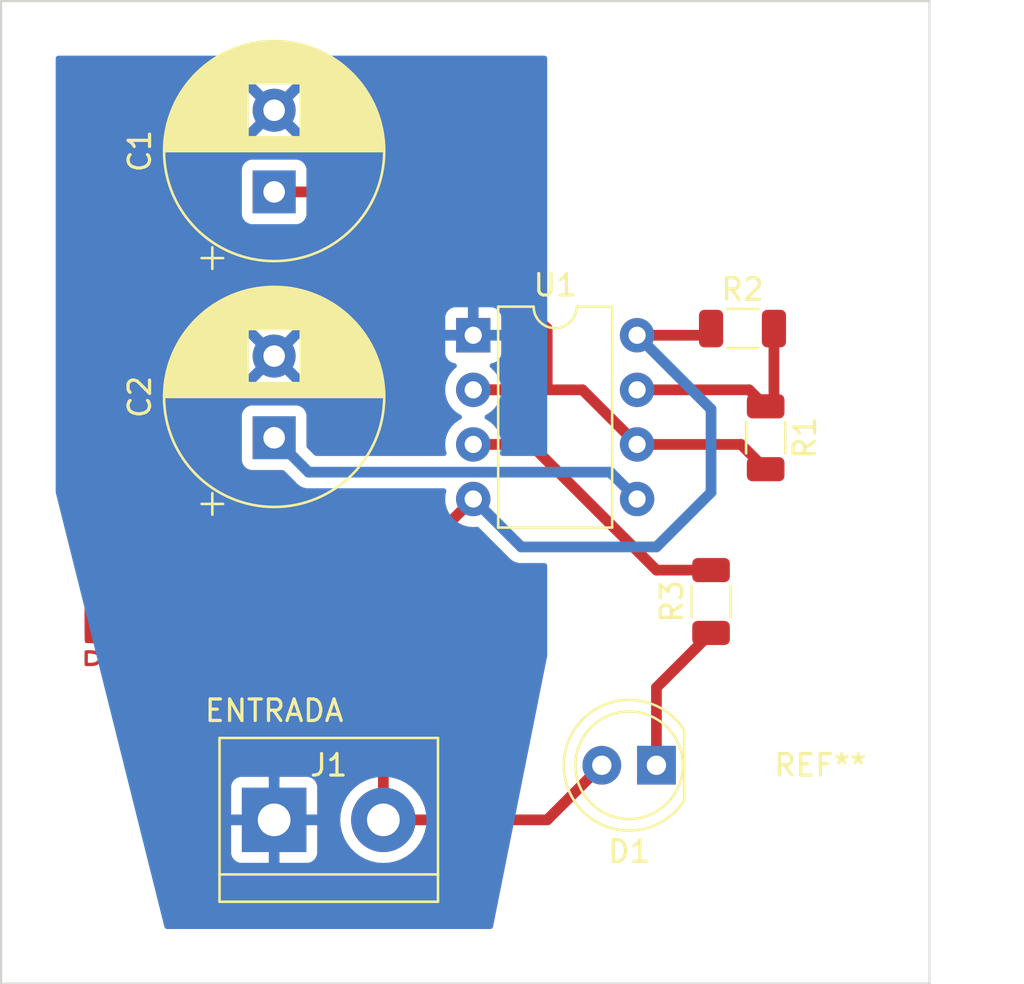
<source format=kicad_pcb>
(kicad_pcb (version 20221018) (generator pcbnew)
  (layers (0 "F.Cu" signal) (31 "B.Cu" signal) (34 "B.Paste" user) (35 "F.Paste" user) (36 "B.SilkS" user "B.Silkscreen") (37 "F.SilkS" user "F.Silkscreen") (38 "B.Mask" user) (39 "F.Mask" user) (44 "Edge.Cuts" user))
  (net 0 "")
  (net 1 "Net-(U1-THR)")
  (net 2 "GND")
  (net 3 "Net-(U1-CV)")
  (net 4 "Net-(D1-K)")
  (net 5 "+12V")
  (net 6 "Net-(U1-DIS)")
  (net 7 "555 OUT")
  (footprint "LED_THT:LED_D5.0mm_FlatTop" (layer "F.Cu") (at 157.48 111.76 180)
    (fp_text reference "D1")
    (fp_text value "LED")
  )
  (footprint "Symbol:KiCad-Logo2_5mm_Copper" (layer "F.Cu") (at 137.16 104.14)
    (fp_text reference "REF**" hide)
    (fp_text value "KiCad-Logo2_5mm_Copper" hide)
  )
  (footprint "Resistor_SMD:R_1206_3216Metric" (layer "F.Cu") (at 160.02 104.14 90)
    (fp_text reference "R3")
    (fp_text value "220")
  )
  (footprint "Package_DIP:DIP-8_W7.62mm" (layer "F.Cu") (at 148.96 91.75)
    (fp_text reference "U1")
    (fp_text value "NA555P")
  )
  (footprint "Resistor_SMD:R_1206_3216Metric" (layer "F.Cu") (at 161.4825 91.44)
    (fp_text reference "R2")
    (fp_text value "6k8")
  )
  (footprint "TerminalBlock:TerminalBlock_bornier-2_P5.08mm" (layer "F.Cu") (at 139.7 114.3)
    (fp_text reference "J1")
    (fp_text value "Conector")
  )
  (footprint "Capacitor_THT:CP_Radial_D10.0mm_P3.80mm" (layer "F.Cu") (at 139.7 85.08 90)
    (fp_text reference "C1")
    (fp_text value "10 pF")
  )
  (footprint "Resistor_SMD:R_1206_3216Metric" (layer "F.Cu") (at 162.56 96.52 -90)
    (fp_text reference "R1")
    (fp_text value "18k")
  )
  (footprint "Capacitor_THT:CP_Radial_D10.0mm_P3.80mm" (layer "F.Cu") (at 139.7 96.52 90)
    (fp_text reference "C2")
    (fp_text value "10 pF")
  )
  (footprint "MountingHole:MountingHole_3.2mm_M3" (layer "F.Cu") (at 165.1 116.84)
    (fp_text reference "REF**")
    (fp_text value "MountingHole_3.2mm_M3")
  )
  (gr_rect (start 127 76.2) (end 170.18 121.92) (stroke (width 0.1)) (fill none) (layer "Edge.Cuts"))
  (segment (start 148.96 94.29) (end 154.04 94.29) (width 0.5) (layer "F.Cu") (net 1))
  (segment (start 154.04 94.29) (end 156.58 96.83) (width 0.5) (layer "F.Cu") (net 1))
  (segment (start 139.7 85.08) (end 146.04 85.08) (width 0.5) (layer "F.Cu") (net 1))
  (segment (start 161.4075 96.83) (end 156.58 96.83) (width 0.5) (layer "F.Cu") (net 1))
  (segment (start 146.04 85.08) (end 152.4 91.44) (width 0.5) (layer "F.Cu") (net 1))
  (segment (start 162.56 97.9825) (end 161.4075 96.83) (width 0.5) (layer "F.Cu") (net 1))
  (segment (start 152.09 94.29) (end 148.96 94.29) (width 0.5) (layer "F.Cu") (net 1))
  (segment (start 152.4 93.98) (end 152.09 94.29) (width 0.5) (layer "F.Cu") (net 1))
  (segment (start 152.4 91.44) (end 152.4 93.98) (width 0.5) (layer "F.Cu") (net 1))
  (segment (start 141.3 98.12) (end 155.33 98.12) (width 0.5) (layer "B.Cu") (net 3))
  (segment (start 139.7 96.52) (end 141.3 98.12) (width 0.5) (layer "B.Cu") (net 3))
  (segment (start 155.33 98.12) (end 156.58 99.37) (width 0.5) (layer "B.Cu") (net 3))
  (segment (start 157.48 108.1425) (end 160.02 105.6025) (width 0.5) (layer "F.Cu") (net 4))
  (segment (start 157.48 111.76) (end 157.48 108.1425) (width 0.5) (layer "F.Cu") (net 4))
  (segment (start 156.58 91.75) (end 159.71 91.75) (width 0.5) (layer "F.Cu") (net 5))
  (segment (start 144.78 103.55) (end 148.96 99.37) (width 0.5) (layer "F.Cu") (net 5))
  (segment (start 144.78 114.3) (end 152.4 114.3) (width 0.5) (layer "F.Cu") (net 5))
  (segment (start 144.78 114.3) (end 144.78 103.55) (width 0.5) (layer "F.Cu") (net 5))
  (segment (start 159.71 91.75) (end 160.02 91.44) (width 0.5) (layer "F.Cu") (net 5))
  (segment (start 152.4 114.3) (end 154.94 111.76) (width 0.5) (layer "F.Cu") (net 5))
  (segment (start 160.02 99.06) (end 157.48 101.6) (width 0.5) (layer "B.Cu") (net 5))
  (segment (start 157.48 101.6) (end 151.19 101.6) (width 0.5) (layer "B.Cu") (net 5))
  (segment (start 156.58 91.75) (end 160.02 95.19) (width 0.5) (layer "B.Cu") (net 5))
  (segment (start 151.19 101.6) (end 148.96 99.37) (width 0.5) (layer "B.Cu") (net 5))
  (segment (start 160.02 95.19) (end 160.02 99.06) (width 0.5) (layer "B.Cu") (net 5))
  (segment (start 162.945 91.44) (end 162.945 94.6725) (width 0.5) (layer "F.Cu") (net 6))
  (segment (start 162.945 94.6725) (end 162.56 95.0575) (width 0.5) (layer "F.Cu") (net 6))
  (segment (start 161.7925 94.29) (end 162.56 95.0575) (width 0.5) (layer "F.Cu") (net 6))
  (segment (start 156.58 94.29) (end 161.7925 94.29) (width 0.5) (layer "F.Cu") (net 6))
  (segment (start 148.96 96.83) (end 151.6325 96.83) (width 0.5) (layer "F.Cu") (net 7))
  (segment (start 157.48 102.6775) (end 160.02 102.6775) (width 0.5) (layer "F.Cu") (net 7))
  (segment (start 151.6325 96.83) (end 157.48 102.6775) (width 0.5) (layer "F.Cu") (net 7))
  (zone (net 2) (net_name "GND") (layer "B.Cu") (connect_pads (clearance 0.5)) (min_thickness 0.25) (fill yes (thermal_gap 0.5) (thermal_bridge_width 0.5))
    (polygon (pts (xy 129.54 78.74) (xy 152.4 78.74) (xy 152.4 106.68) (xy 149.86 119.38) (xy 134.62 119.38) (xy 129.54 99.06)))
  )
)
</source>
